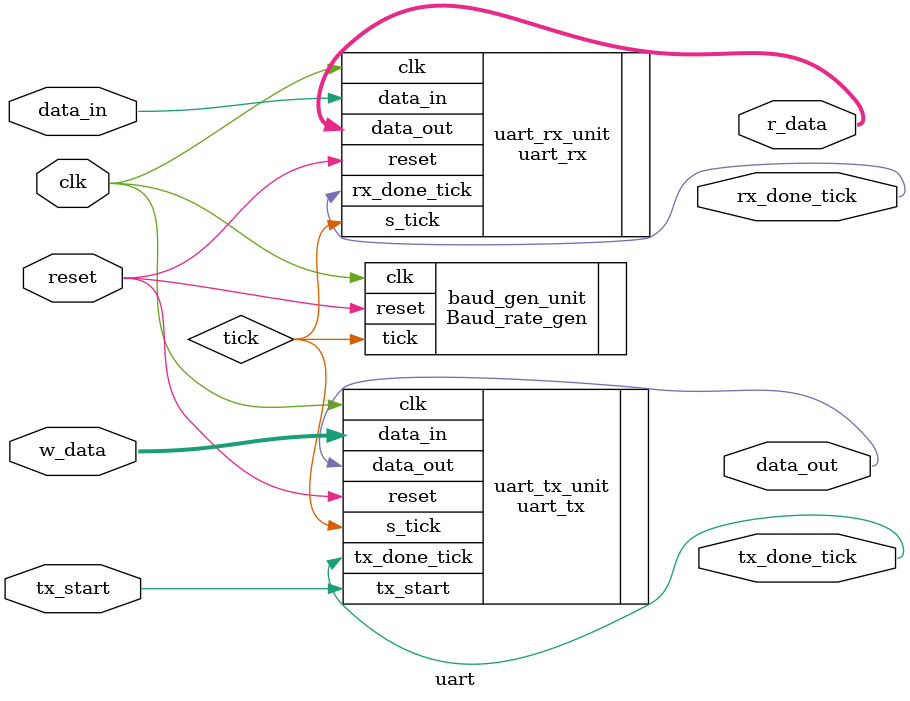
<source format=v>
`timescale 1ns / 1ps

module uart
  #(
    parameter DBIT = 8,			// Number of data bits to receive
				  SB_TICK = 16,	// Number of ticks for the stop bit. 16/24/32 for 1/1,5/2 bits
              DVSR = 326		// Baud rate divisor. DVSR = 50M/(16*baud rate)
  )
  ( 
    input wire clk,
    input wire reset,
    input wire data_in,
    input wire tx_start,
    input wire [7:0] w_data,
    output wire data_out,
    output wire rx_done_tick,
    output wire tx_done_tick,
  //  output wire tx_ready,
    output wire [7:0] r_data
  );


  //body
  Baud_rate_gen baud_gen_unit (
    .clk(clk), 
    .reset(reset), 
    .tick(tick)
  );

  uart_rx uart_rx_unit (
    .clk(clk), 
    .reset(reset), 
    .data_in(data_in), 
    .s_tick(tick), 
    .rx_done_tick(rx_done_tick), 
    .data_out(r_data)
  );

  uart_tx uart_tx_unit (
    .clk(clk), 
    .reset(reset), 
    .data_in(w_data), 
    .s_tick(tick), 
    .tx_start(tx_start), 
    .tx_done_tick(tx_done_tick), 
    .data_out(data_out)
   // .tx_ready(tx_ready)

  );



endmodule

</source>
